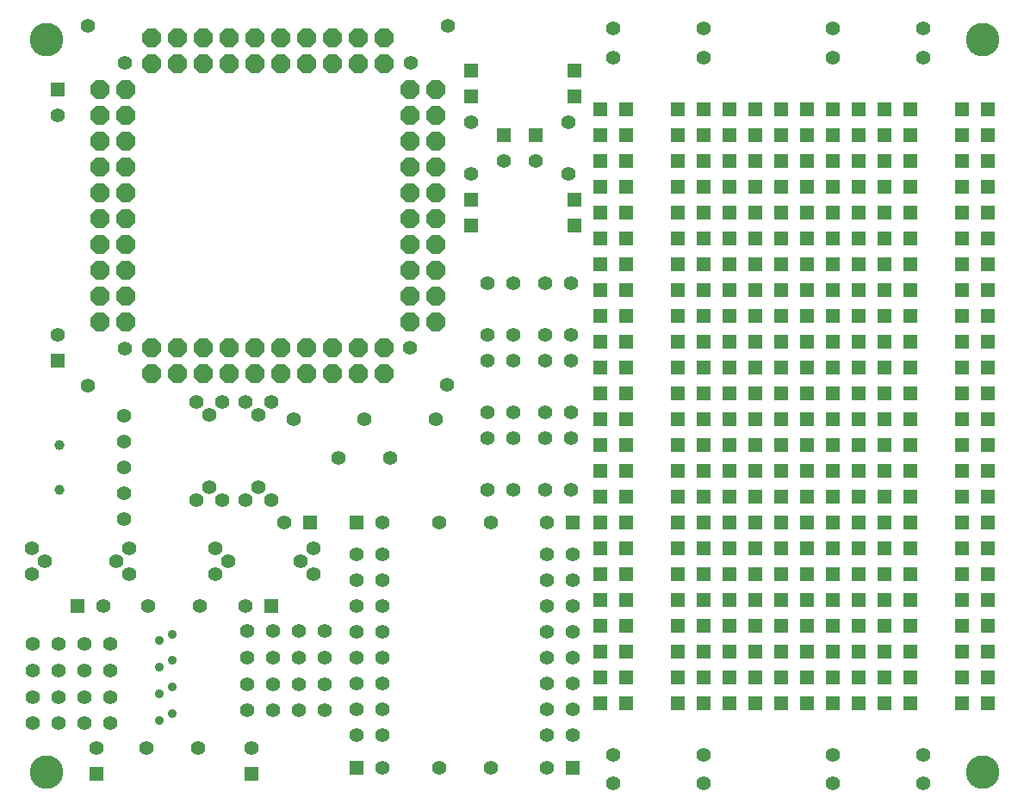
<source format=gbs>
G75*
G70*
%OFA0B0*%
%FSLAX24Y24*%
%IPPOS*%
%LPD*%
%AMOC8*
5,1,8,0,0,1.08239X$1,22.5*
%
%ADD10C,0.0555*%
%ADD11C,0.0360*%
%ADD12R,0.0555X0.0555*%
%ADD13C,0.1300*%
%ADD14OC8,0.0740*%
%ADD15C,0.0394*%
D10*
X008136Y005917D03*
X007670Y006872D03*
X008670Y006872D03*
X008670Y007896D03*
X007670Y007896D03*
X006670Y007896D03*
X005670Y007896D03*
X005670Y008920D03*
X006670Y008920D03*
X007670Y008920D03*
X008670Y008920D03*
X008670Y009943D03*
X007670Y009943D03*
X006670Y009943D03*
X005670Y009943D03*
X008386Y011417D03*
X009405Y012667D03*
X008905Y013167D03*
X009405Y013667D03*
X009203Y014792D03*
X009203Y015792D03*
X009203Y016792D03*
X009203Y017792D03*
X009203Y018792D03*
X007804Y019960D03*
X009218Y021374D03*
X006636Y021917D03*
X012011Y019310D03*
X012511Y018810D03*
X013011Y019310D03*
X013886Y019310D03*
X014386Y018810D03*
X014886Y019310D03*
X015761Y018667D03*
X017511Y017167D03*
X019511Y017167D03*
X018511Y018667D03*
X021261Y018667D03*
X023261Y018917D03*
X024261Y018917D03*
X025511Y018917D03*
X026511Y018917D03*
X026511Y017917D03*
X025511Y017917D03*
X024261Y017917D03*
X023261Y017917D03*
X023261Y015917D03*
X024261Y015917D03*
X025511Y015917D03*
X026511Y015917D03*
X025567Y014667D03*
X025567Y013417D03*
X025567Y012417D03*
X026567Y012417D03*
X026567Y013417D03*
X026567Y011417D03*
X025567Y011417D03*
X025567Y010417D03*
X025567Y009417D03*
X026567Y009417D03*
X026567Y010417D03*
X026567Y008417D03*
X025567Y008417D03*
X025567Y007417D03*
X025567Y006417D03*
X026567Y006417D03*
X026567Y007417D03*
X028136Y005667D03*
X028136Y004542D03*
X025567Y005167D03*
X023386Y005167D03*
X021386Y005167D03*
X019205Y005167D03*
X019205Y006417D03*
X019205Y007417D03*
X018205Y007417D03*
X018205Y006417D03*
X016957Y007372D03*
X015957Y007372D03*
X014957Y007372D03*
X013957Y007372D03*
X013957Y008396D03*
X014957Y008396D03*
X015957Y008396D03*
X016957Y008396D03*
X018205Y008417D03*
X019205Y008417D03*
X019205Y009417D03*
X019205Y010417D03*
X018205Y010417D03*
X018205Y009417D03*
X016957Y009420D03*
X015957Y009420D03*
X014957Y009420D03*
X013957Y009420D03*
X013957Y010443D03*
X014957Y010443D03*
X015957Y010443D03*
X016957Y010443D03*
X018205Y011417D03*
X019205Y011417D03*
X019205Y012417D03*
X019205Y013417D03*
X018205Y013417D03*
X018205Y012417D03*
X016530Y012667D03*
X016030Y013167D03*
X016530Y013667D03*
X015386Y014667D03*
X014886Y015523D03*
X014386Y016023D03*
X013886Y015523D03*
X013011Y015523D03*
X012511Y016023D03*
X012011Y015523D03*
X012743Y013667D03*
X013243Y013167D03*
X012743Y012667D03*
X012136Y011417D03*
X013886Y011417D03*
X010136Y011417D03*
X006118Y013167D03*
X005618Y013667D03*
X005618Y012667D03*
X005670Y006872D03*
X006670Y006872D03*
X010063Y005917D03*
X012063Y005917D03*
X014136Y005917D03*
X019205Y014667D03*
X021386Y014667D03*
X023386Y014667D03*
X021688Y019990D03*
X023261Y020917D03*
X024261Y020917D03*
X025511Y020917D03*
X026511Y020917D03*
X026511Y021917D03*
X025511Y021917D03*
X024261Y021917D03*
X023261Y021917D03*
X023261Y023917D03*
X024261Y023917D03*
X025511Y023917D03*
X026511Y023917D03*
X020274Y021404D03*
X022636Y028167D03*
X023886Y028667D03*
X025136Y028667D03*
X026386Y028167D03*
X026386Y030167D03*
X028136Y032667D03*
X028136Y033792D03*
X031636Y033792D03*
X031636Y032667D03*
X036636Y032667D03*
X036636Y033792D03*
X040136Y033792D03*
X040136Y032667D03*
X022636Y030167D03*
X020304Y032460D03*
X021718Y033874D03*
X009218Y032460D03*
X007804Y033874D03*
X006636Y030417D03*
X031636Y005667D03*
X031636Y004542D03*
X036636Y004542D03*
X036636Y005667D03*
X040136Y005667D03*
X040136Y004542D03*
D11*
X011075Y007253D03*
X010557Y006997D03*
X010557Y008021D03*
X011075Y008277D03*
X010557Y009045D03*
X011075Y009301D03*
X010557Y010068D03*
X011075Y010324D03*
D12*
X007386Y011417D03*
X014886Y011417D03*
X016386Y014667D03*
X018205Y014667D03*
X026567Y014667D03*
X027636Y014667D03*
X027636Y015667D03*
X028636Y015667D03*
X028636Y014667D03*
X028636Y013667D03*
X027636Y013667D03*
X027636Y012667D03*
X028636Y012667D03*
X028636Y011667D03*
X027636Y011667D03*
X027636Y010667D03*
X028636Y010667D03*
X028636Y009667D03*
X027636Y009667D03*
X027636Y008667D03*
X028636Y008667D03*
X028636Y007667D03*
X027636Y007667D03*
X030636Y007667D03*
X031636Y007667D03*
X032636Y007667D03*
X033636Y007667D03*
X034636Y007667D03*
X035636Y007667D03*
X036636Y007667D03*
X037636Y007667D03*
X038636Y007667D03*
X039636Y007667D03*
X039636Y008667D03*
X038636Y008667D03*
X038636Y009667D03*
X039636Y009667D03*
X039636Y010667D03*
X038636Y010667D03*
X037636Y010667D03*
X036636Y010667D03*
X035636Y010667D03*
X034636Y010667D03*
X033636Y010667D03*
X032636Y010667D03*
X031636Y010667D03*
X030636Y010667D03*
X030636Y011667D03*
X030636Y012667D03*
X031636Y012667D03*
X032636Y012667D03*
X033636Y012667D03*
X034636Y012667D03*
X035636Y012667D03*
X036636Y012667D03*
X037636Y012667D03*
X038636Y012667D03*
X039636Y012667D03*
X039636Y011667D03*
X038636Y011667D03*
X037636Y011667D03*
X036636Y011667D03*
X035636Y011667D03*
X034636Y011667D03*
X033636Y011667D03*
X032636Y011667D03*
X031636Y011667D03*
X031636Y013667D03*
X030636Y013667D03*
X030636Y014667D03*
X030636Y015667D03*
X031636Y015667D03*
X032636Y015667D03*
X033636Y015667D03*
X034636Y015667D03*
X035636Y015667D03*
X036636Y015667D03*
X037636Y015667D03*
X038636Y015667D03*
X039636Y015667D03*
X039636Y014667D03*
X038636Y014667D03*
X037636Y014667D03*
X036636Y014667D03*
X035636Y014667D03*
X034636Y014667D03*
X033636Y014667D03*
X032636Y014667D03*
X031636Y014667D03*
X032636Y013667D03*
X033636Y013667D03*
X034636Y013667D03*
X035636Y013667D03*
X036636Y013667D03*
X037636Y013667D03*
X038636Y013667D03*
X039636Y013667D03*
X041636Y013667D03*
X042636Y013667D03*
X042636Y014667D03*
X042636Y015667D03*
X041636Y015667D03*
X041636Y014667D03*
X041636Y016667D03*
X042636Y016667D03*
X042636Y017667D03*
X042636Y018667D03*
X041636Y018667D03*
X041636Y017667D03*
X039636Y017667D03*
X038636Y017667D03*
X038636Y018667D03*
X039636Y018667D03*
X039636Y019667D03*
X038636Y019667D03*
X037636Y019667D03*
X036636Y019667D03*
X035636Y019667D03*
X034636Y019667D03*
X033636Y019667D03*
X032636Y019667D03*
X031636Y019667D03*
X030636Y019667D03*
X030636Y020667D03*
X030636Y021667D03*
X031636Y021667D03*
X032636Y021667D03*
X033636Y021667D03*
X034636Y021667D03*
X035636Y021667D03*
X036636Y021667D03*
X037636Y021667D03*
X038636Y021667D03*
X039636Y021667D03*
X039636Y020667D03*
X038636Y020667D03*
X037636Y020667D03*
X036636Y020667D03*
X035636Y020667D03*
X034636Y020667D03*
X033636Y020667D03*
X032636Y020667D03*
X031636Y020667D03*
X031636Y022667D03*
X030636Y022667D03*
X030636Y023667D03*
X030636Y024667D03*
X031636Y024667D03*
X032636Y024667D03*
X033636Y024667D03*
X034636Y024667D03*
X035636Y024667D03*
X036636Y024667D03*
X037636Y024667D03*
X038636Y024667D03*
X039636Y024667D03*
X039636Y023667D03*
X038636Y023667D03*
X037636Y023667D03*
X036636Y023667D03*
X035636Y023667D03*
X034636Y023667D03*
X033636Y023667D03*
X032636Y023667D03*
X031636Y023667D03*
X032636Y022667D03*
X033636Y022667D03*
X034636Y022667D03*
X035636Y022667D03*
X036636Y022667D03*
X037636Y022667D03*
X038636Y022667D03*
X039636Y022667D03*
X041636Y022667D03*
X042636Y022667D03*
X042636Y023667D03*
X042636Y024667D03*
X041636Y024667D03*
X041636Y023667D03*
X041636Y025667D03*
X042636Y025667D03*
X042636Y026667D03*
X042636Y027667D03*
X041636Y027667D03*
X041636Y026667D03*
X039636Y026667D03*
X038636Y026667D03*
X038636Y027667D03*
X039636Y027667D03*
X039636Y028667D03*
X038636Y028667D03*
X037636Y028667D03*
X036636Y028667D03*
X035636Y028667D03*
X034636Y028667D03*
X033636Y028667D03*
X032636Y028667D03*
X031636Y028667D03*
X030636Y028667D03*
X030636Y029667D03*
X030636Y030667D03*
X031636Y030667D03*
X032636Y030667D03*
X033636Y030667D03*
X034636Y030667D03*
X035636Y030667D03*
X036636Y030667D03*
X037636Y030667D03*
X038636Y030667D03*
X039636Y030667D03*
X039636Y029667D03*
X038636Y029667D03*
X037636Y029667D03*
X036636Y029667D03*
X035636Y029667D03*
X034636Y029667D03*
X033636Y029667D03*
X032636Y029667D03*
X031636Y029667D03*
X028636Y029667D03*
X028636Y030667D03*
X027636Y030667D03*
X027636Y029667D03*
X027636Y028667D03*
X028636Y028667D03*
X028636Y027667D03*
X027636Y027667D03*
X027636Y026667D03*
X028636Y026667D03*
X028636Y025667D03*
X027636Y025667D03*
X026636Y026167D03*
X026636Y027167D03*
X027636Y024667D03*
X028636Y024667D03*
X028636Y023667D03*
X027636Y023667D03*
X027636Y022667D03*
X028636Y022667D03*
X028636Y021667D03*
X027636Y021667D03*
X027636Y020667D03*
X028636Y020667D03*
X028636Y019667D03*
X027636Y019667D03*
X027636Y018667D03*
X028636Y018667D03*
X028636Y017667D03*
X027636Y017667D03*
X027636Y016667D03*
X028636Y016667D03*
X030636Y016667D03*
X031636Y016667D03*
X032636Y016667D03*
X033636Y016667D03*
X034636Y016667D03*
X035636Y016667D03*
X036636Y016667D03*
X037636Y016667D03*
X038636Y016667D03*
X039636Y016667D03*
X037636Y017667D03*
X037636Y018667D03*
X036636Y018667D03*
X035636Y018667D03*
X034636Y018667D03*
X033636Y018667D03*
X032636Y018667D03*
X031636Y018667D03*
X030636Y018667D03*
X030636Y017667D03*
X031636Y017667D03*
X032636Y017667D03*
X033636Y017667D03*
X034636Y017667D03*
X035636Y017667D03*
X036636Y017667D03*
X041636Y019667D03*
X042636Y019667D03*
X042636Y020667D03*
X042636Y021667D03*
X041636Y021667D03*
X041636Y020667D03*
X039636Y025667D03*
X038636Y025667D03*
X037636Y025667D03*
X036636Y025667D03*
X035636Y025667D03*
X034636Y025667D03*
X033636Y025667D03*
X032636Y025667D03*
X031636Y025667D03*
X030636Y025667D03*
X030636Y026667D03*
X030636Y027667D03*
X031636Y027667D03*
X032636Y027667D03*
X033636Y027667D03*
X034636Y027667D03*
X035636Y027667D03*
X036636Y027667D03*
X037636Y027667D03*
X037636Y026667D03*
X036636Y026667D03*
X035636Y026667D03*
X034636Y026667D03*
X033636Y026667D03*
X032636Y026667D03*
X031636Y026667D03*
X025136Y029667D03*
X023886Y029667D03*
X022636Y031167D03*
X022636Y032167D03*
X026636Y032167D03*
X026636Y031167D03*
X022636Y027167D03*
X022636Y026167D03*
X006636Y031417D03*
X006636Y020917D03*
X008136Y004917D03*
X014136Y004917D03*
X018205Y005167D03*
X026567Y005167D03*
X030636Y008667D03*
X030636Y009667D03*
X031636Y009667D03*
X032636Y009667D03*
X033636Y009667D03*
X034636Y009667D03*
X035636Y009667D03*
X036636Y009667D03*
X037636Y009667D03*
X037636Y008667D03*
X036636Y008667D03*
X035636Y008667D03*
X034636Y008667D03*
X033636Y008667D03*
X032636Y008667D03*
X031636Y008667D03*
X041636Y008667D03*
X041636Y009667D03*
X042636Y009667D03*
X042636Y008667D03*
X042636Y007667D03*
X041636Y007667D03*
X041636Y010667D03*
X042636Y010667D03*
X042636Y011667D03*
X042636Y012667D03*
X041636Y012667D03*
X041636Y011667D03*
X041636Y028667D03*
X042636Y028667D03*
X042636Y029667D03*
X042636Y030667D03*
X041636Y030667D03*
X041636Y029667D03*
D13*
X006211Y004991D03*
X042431Y004991D03*
X042431Y033338D03*
X006211Y033338D03*
D14*
X008261Y031417D03*
X009261Y031417D03*
X009261Y030417D03*
X008261Y030417D03*
X008261Y029417D03*
X009261Y029417D03*
X009261Y028417D03*
X008261Y028417D03*
X008261Y027417D03*
X009261Y027417D03*
X009261Y026417D03*
X008261Y026417D03*
X008261Y025417D03*
X009261Y025417D03*
X009261Y024417D03*
X008261Y024417D03*
X008261Y023417D03*
X009261Y023417D03*
X009261Y022417D03*
X008261Y022417D03*
X010261Y021417D03*
X011261Y021417D03*
X012261Y021417D03*
X013261Y021417D03*
X014261Y021417D03*
X015261Y021417D03*
X016261Y021417D03*
X017261Y021417D03*
X018261Y021417D03*
X019261Y021417D03*
X020261Y022417D03*
X021261Y022417D03*
X021261Y023417D03*
X020261Y023417D03*
X020261Y024417D03*
X020261Y025417D03*
X021261Y025417D03*
X021261Y024417D03*
X021261Y026417D03*
X020261Y026417D03*
X020261Y027417D03*
X020261Y028417D03*
X021261Y028417D03*
X021261Y027417D03*
X021261Y029417D03*
X020261Y029417D03*
X020261Y030417D03*
X020261Y031417D03*
X021261Y031417D03*
X021261Y030417D03*
X019261Y032417D03*
X018261Y032417D03*
X017261Y032417D03*
X016261Y032417D03*
X015261Y032417D03*
X014261Y032417D03*
X013261Y032417D03*
X012261Y032417D03*
X011261Y032417D03*
X010261Y032417D03*
X010261Y033417D03*
X011261Y033417D03*
X012261Y033417D03*
X013261Y033417D03*
X014261Y033417D03*
X015261Y033417D03*
X016261Y033417D03*
X017261Y033417D03*
X018261Y033417D03*
X019261Y033417D03*
X019261Y020417D03*
X018261Y020417D03*
X017261Y020417D03*
X016261Y020417D03*
X015261Y020417D03*
X014261Y020417D03*
X013261Y020417D03*
X012261Y020417D03*
X011261Y020417D03*
X010261Y020417D03*
D15*
X006703Y017658D03*
X006703Y015926D03*
M02*

</source>
